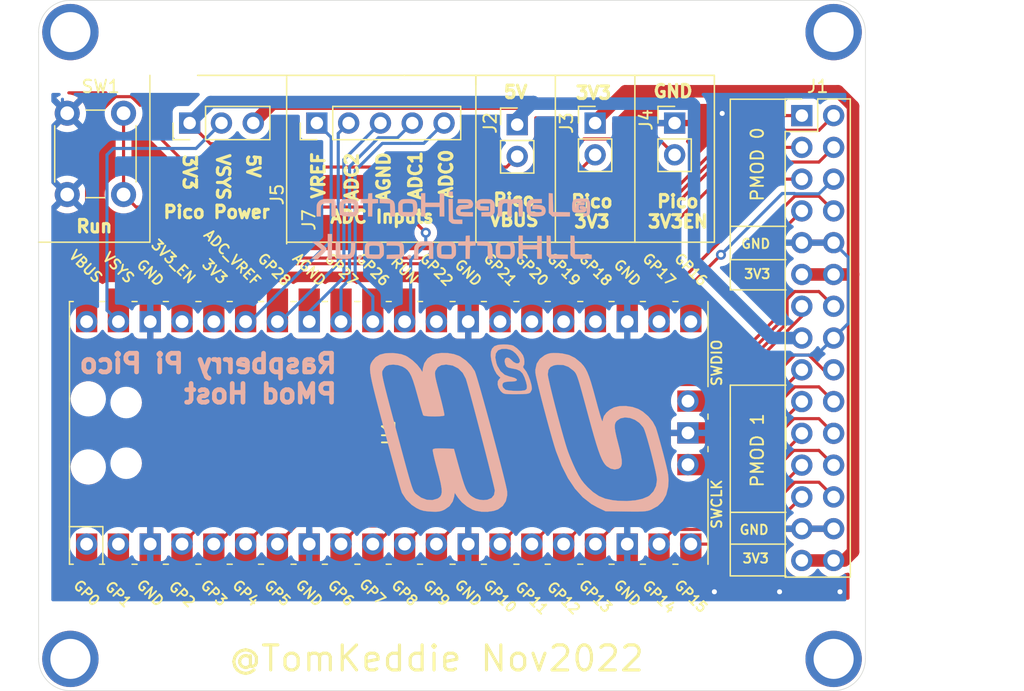
<source format=kicad_pcb>
(kicad_pcb (version 20211014) (generator pcbnew)
  (title_block (title "PMOD for Raspberry Pi Pico") (date "2021-11-30") (rev "v0.1") (company "James Horton") (comment 1 "with an Raspberry Pi Pico Board.") (comment 2 "This board is designed for allowing the use of PMod modules") (comment 4 "Licensed Under CERN Open Hardware Licence Version 2 - Permissive"))
  (layers (0 "F.Cu" signal) (31 "B.Cu" signal) (34 "B.Paste" user) (35 "F.Paste" user) (36 "B.SilkS" user "B.Silkscreen") (37 "F.SilkS" user "F.Silkscreen") (38 "B.Mask" user) (39 "F.Mask" user) (44 "Edge.Cuts" user))
  (net 0 "")
  (net 1 "Net-(U1-Pad43)")
  (net 2 "Net-(U1-Pad41)")
  (net 3 "GPIO_15")
  (net 4 "GPIO_14")
  (net 5 "GPIO_13")
  (net 6 "GPIO_12")
  (net 7 "GPIO_11")
  (net 8 "GPIO_10")
  (net 9 "GPIO_09")
  (net 10 "GPIO_08")
  (net 11 "GND")
  (net 12 "+3V3")
  (net 13 "GPIO_07")
  (net 14 "GPIO_06")
  (net 15 "+5V")
  (net 16 "GPIO_05")
  (net 17 "GPIO_04")
  (net 18 "GPIO_03")
  (net 19 "GPIO_02")
  (net 20 "GPIO_17")
  (net 21 "GPIO_16")
  (net 22 "GPIO_19")
  (net 23 "GPIO_18")
  (net 24 "GPIO_21")
  (net 25 "GPIO_20")
  (net 26 "Pico_VBUS")
  (net 27 "Pico_3V3")
  (net 28 "Pico_3v3_EN")
  (net 29 "Pico_VSYS")
  (net 30 "GPIO_22")
  (net 31 "GPIO_01")
  (net 32 "GPIO_00")
  (net 33 "Pico_Run")
  (net 34 "ADC0")
  (net 35 "ADC1")
  (net 36 "AGND")
  (net 37 "ADC2")
  (net 38 "ADC_VREF")
  (footprint "RPi_Pico:RPi_Pico_SMD_TH" (layer "F.Cu") (at 142.2654 102.235 90)
    (fp_text reference "U1")
    (fp_text value "Pico")
  )
  (footprint "Connector_PinHeader_2.54mm:PinHeader_2x15_P2.54mm_Vertical" (layer "F.Cu") (at 175.26 76.8731)
    (fp_text reference "J1")
    (fp_text value "Conn_02x15_Odd_Even")
  )
  (footprint "Connector_PinHeader_2.54mm:PinHeader_1x02_P2.54mm_Vertical" (layer "F.Cu") (at 152.527 77.597)
    (fp_text reference "J2")
    (fp_text value "Conn_01x02")
  )
  (footprint "Connector_PinHeader_2.54mm:PinHeader_1x02_P2.54mm_Vertical" (layer "F.Cu") (at 158.75 77.47)
    (fp_text reference "J3")
    (fp_text value "Conn_01x02")
  )
  (footprint "Connector_PinHeader_2.54mm:PinHeader_1x02_P2.54mm_Vertical" (layer "F.Cu") (at 165.1 77.47)
    (fp_text reference "J4")
    (fp_text value "Conn_01x02")
  )
  (footprint "Connector_PinHeader_2.54mm:PinHeader_1x03_P2.54mm_Vertical" (layer "F.Cu") (at 126.365 77.47 90)
    (fp_text reference "J5")
    (fp_text value "Conn_01x03")
  )
  (footprint "Connector_PinHeader_2.54mm:PinHeader_1x05_P2.54mm_Vertical" (layer "F.Cu") (at 136.525 77.47 90)
    (fp_text reference "J7")
    (fp_text value "Conn_01x05")
  )
  (footprint "Button_Switch_THT:SW_PUSH_6mm_H4.3mm" (layer "F.Cu") (at 116.586 83.185 90)
    (fp_text reference "SW1")
    (fp_text value "SW_Push")
  )
  (footprint "jjh:Untitled" (layer "B.Cu") (at 152.6 102.7 180)
    (fp_text reference "G***" hide)
    (fp_text value "LOGO" hide)
  )
  (footprint "jjh:ContactDetails_small" (layer "B.Cu") (at 147.3 85.7 180)
    (fp_text reference "G***" hide)
    (fp_text value "LOGO" hide)
  )
  (gr_line (start 155.575 73.66) (end 155.575 86.995) (layer "F.SilkS") (width 0.12))
  (gr_line (start 161.925 86.995) (end 155.575 86.995) (layer "F.SilkS") (width 0.12))
  (gr_line (start 161.925 73.66) (end 155.575 73.66) (layer "F.SilkS") (width 0.12))
  (gr_line (start 168.275 86.995) (end 161.925 86.995) (layer "F.SilkS") (width 0.12))
  (gr_line (start 168.275 73.66) (end 161.925 73.66) (layer "F.SilkS") (width 0.12))
  (gr_line (start 169.545 78.105) (end 169.545 75.565) (layer "F.SilkS") (width 0.12))
  (gr_line (start 173.99 88.392) (end 169.545 88.392) (layer "F.SilkS") (width 0.12))
  (gr_line (start 173.99 90.805) (end 169.545 90.805) (layer "F.SilkS") (width 0.12))
  (gr_line (start 169.545 100.965) (end 169.545 103.505) (layer "F.SilkS") (width 0.12))
  (gr_line (start 143.51 73.66) (end 149.225 73.66) (layer "F.SilkS") (width 0.12))
  (gr_line (start 127 73.66) (end 143.51 73.66) (layer "F.SilkS") (width 0.12))
  (gr_line (start 123.19 86.995) (end 123.19 73.66) (layer "F.SilkS") (width 0.12))
  (gr_line (start 149.225 86.995) (end 149.225 73.66) (layer "F.SilkS") (width 0.12))
  (gr_line (start 143.51 86.995) (end 134.112 86.995) (layer "F.SilkS") (width 0.12))
  (gr_line (start 169.545 80.645) (end 169.545 90.805) (layer "F.SilkS") (width 0.12))
  (gr_line (start 149.225 73.66) (end 155.575 73.66) (layer "F.SilkS") (width 0.12))
  (gr_line (start 173.99 98.425) (end 169.545 98.425) (layer "F.SilkS") (width 0.12))
  (gr_line (start 169.545 103.505) (end 169.545 113.665) (layer "F.SilkS") (width 0.12))
  (gr_line (start 173.99 108.585) (end 169.545 108.585) (layer "F.SilkS") (width 0.12))
  (gr_line (start 173.99 75.565) (end 169.545 75.565) (layer "F.SilkS") (width 0.12))
  (gr_line (start 169.545 113.665) (end 173.99 113.665) (layer "F.SilkS") (width 0.12))
  (gr_line (start 169.545 78.105) (end 169.545 80.645) (layer "F.SilkS") (width 0.12))
  (gr_line (start 155.575 86.995) (end 149.225 86.995) (layer "F.SilkS") (width 0.12))
  (gr_line (start 173.99 103.505) (end 173.99 100.965) (layer "F.SilkS") (width 0.12))
  (gr_line (start 161.925 86.995) (end 161.925 73.66) (layer "F.SilkS") (width 0.12))
  (gr_line (start 173.99 85.725) (end 169.545 85.725) (layer "F.SilkS") (width 0.12))
  (gr_line (start 123.19 86.995) (end 114.3 86.995) (layer "F.SilkS") (width 0.12))
  (gr_line (start 169.545 111.125) (end 173.99 111.125) (layer "F.SilkS") (width 0.12))
  (gr_line (start 149.225 73.66) (end 149.225 74.422) (layer "F.SilkS") (width 0.12))
  (gr_line (start 168.275 86.995) (end 168.275 73.66) (layer "F.SilkS") (width 0.12))
  (gr_line (start 149.225 86.995) (end 143.51 86.995) (layer "F.SilkS") (width 0.12))
  (gr_line (start 134.112 87.122) (end 134.112 73.787) (layer "F.SilkS") (width 0.12))
  (gr_line (start 169.545 98.425) (end 169.545 103.505) (layer "F.SilkS") (width 0.12))
  (gr_line (start 180.34 70.2) (end 180.34 120.3) (layer "Edge.Cuts") (width 0.05))
  (gr_line (start 177.8 122.84) (end 116.84 122.84) (layer "Edge.Cuts") (width 0.05))
  (gr_arc (start 180.34 120.3) (mid 179.596051 122.096051) (end 177.8 122.84) (layer "Edge.Cuts") (width 0.05))
  (gr_arc (start 177.8 67.66) (mid 179.596051 68.403949) (end 180.34 70.2) (layer "Edge.Cuts") (width 0.05))
  (gr_line (start 114.3 120.3) (end 114.3 70.2) (layer "Edge.Cuts") (width 0.05))
  (gr_arc (start 114.3 70.2) (mid 115.043949 68.403949) (end 116.84 67.66) (layer "Edge.Cuts") (width 0.05))
  (gr_line (start 177.8 67.66) (end 116.84 67.66) (layer "Edge.Cuts") (width 0.05))
  (gr_arc (start 116.84 122.84) (mid 115.043949 122.096051) (end 114.3 120.3) (layer "Edge.Cuts") (width 0.05))
  (gr_text "Raspberry Pi Pico \nPMod Host " (at 138.3 97.9) (layer "B.SilkS") (effects (font (size 1.5 1.5) (thickness 0.375)) (justify left mirror)))
  (gr_text "GND" (at 164.973 74.93) (layer "F.SilkS") (effects (font (size 1 1) (thickness 0.25))))
  (gr_text "5V\n\n" (at 152.4 75.8) (layer "F.SilkS") (effects (font (size 1 1) (thickness 0.25))))
  (gr_text "Pico\nVBUS\n\n" (at 152.273 85.217) (layer "F.SilkS") (effects (font (size 1 1) (thickness 0.25))))
  (gr_text "Pico\n3V3\n\n" (at 158.496 85.344) (layer "F.SilkS") (effects (font (size 1 1) (thickness 0.25))))
  (gr_text "Pico\n3V3EN\n\n" (at 165.354 85.344) (layer "F.SilkS") (effects (font (size 1 1) (thickness 0.25))))
  (gr_text "GND\n" (at 171.577 87.122) (layer "F.SilkS") (effects (font (size 0.75 0.75))))
  (gr_text "3V3" (at 171.577 112.268) (layer "F.SilkS") (effects (font (size 0.75 0.75))))
  (gr_text "GND" (at 171.45 109.982) (layer "F.SilkS") (effects (font (size 0.75 0.75))))
  (gr_text "Pico Power\n" (at 128.524 84.582) (layer "F.SilkS") (effects (font (size 1 1) (thickness 0.25))))
  (gr_text "ADC1\n" (at 144.399 81.661 90) (layer "F.SilkS") (effects (font (size 1 1) (thickness 0.25))))
  (gr_text "AGND" (at 141.859 81.788 90) (layer "F.SilkS") (effects (font (size 1 1) (thickness 0.25))))
  (gr_text "ADC2" (at 139.319 81.788 90) (layer "F.SilkS") (effects (font (size 1 1) (thickness 0.25))))
  (gr_text "VREF\n" (at 136.652 81.661 90) (layer "F.SilkS") (effects (font (size 1 1) (thickness 0.25))))
  (gr_text "ADC Inputs" (at 141.732 84.963) (layer "F.SilkS") (effects (font (size 1 1) (thickness 0.25))))
  (gr_text "Run" (at 118.745 85.725) (layer "F.SilkS") (effects (font (size 1 1) (thickness 0.25))))
  (gr_text "PMOD 1" (at 171.704 103.632 90) (layer "F.SilkS") (effects (font (size 1 1))))
  (gr_text "ADC0\n\n\n" (at 148.463 81.534 90) (layer "F.SilkS") (effects (font (size 1 1) (thickness 0.25))))
  (gr_text "3V3" (at 171.704 89.535) (layer "F.SilkS") (effects (font (size 0.75 0.75))))
  (gr_text "3V3" (at 126.365 81.407 270) (layer "F.SilkS") (effects (font (size 1 1) (thickness 0.25))))
  (gr_text "VSYS" (at 129.032 81.788 270) (layer "F.SilkS") (effects (font (size 1 1) (thickness 0.25))))
  (gr_text "3V3" (at 158.623 75.057) (layer "F.SilkS") (effects (font (size 1 1) (thickness 0.25))))
  (gr_text "5V\n" (at 131.445 80.899 270) (layer "F.SilkS") (effects (font (size 1 1) (thickness 0.25))))
  (gr_text "@TomKeddie Nov2022" (at 146.0754 120.269) (layer "F.SilkS") (effects (font (size 2 2) (thickness 0.25))))
  (gr_text "PMOD 0" (at 171.704 80.772 90) (layer "F.SilkS") (effects (font (size 1 1))))
  (via (at 177.8 120.3) (size 4.5) (drill 3.2) (layers "F.Cu" "B.Cu") (net 0))
  (via (at 177.8 70.2) (size 4.5) (drill 3.2) (layers "F.Cu" "B.Cu") (net 0))
  (via (at 116.84 70.2) (size 4.5) (drill 3.2) (layers "F.Cu" "B.Cu") (net 0))
  (via (at 116.84 120.3) (size 4.5) (drill 3.2) (layers "F.Cu" "B.Cu") (net 0))
  (segment (start 168.275 111.125) (end 171.323 111.125) (width 0.25) (layer "F.Cu") (net 3))
  (segment (start 175.26 107.3531) (end 171.4881 111.125) (width 0.25) (layer "F.Cu") (net 3))
  (segment (start 171.4881 111.125) (end 171.323 111.125) (width 0.25) (layer "F.Cu") (net 3))
  (segment (start 166.3954 111.125) (end 168.275 111.125) (width 0.25) (layer "F.Cu") (net 3))
  (segment (start 168.242999 109.949999) (end 168.369999 109.949999) (width 0.25) (layer "F.Cu") (net 4))
  (segment (start 168.242999 109.949999) (end 170.924099 109.949999) (width 0.25) (layer "F.Cu") (net 4))
  (segment (start 163.8554 111.125) (end 165.030401 109.949999) (width 0.25) (layer "F.Cu") (net 4))
  (segment (start 174.695999 106.178099) (end 176.624999 106.178099) (width 0.25) (layer "F.Cu") (net 4))
  (segment (start 176.624999 106.178099) (end 177.8 107.3531) (width 0.25) (layer "F.Cu") (net 4))
  (segment (start 165.030401 109.949999) (end 168.242999 109.949999) (width 0.25) (layer "F.Cu") (net 4))
  (segment (start 170.924099 109.949999) (end 174.695999 106.178099) (width 0.25) (layer "F.Cu") (net 4))
  (segment (start 170.57311 109.49999) (end 175.26 104.8131) (width 0.25) (layer "F.Cu") (net 5))
  (segment (start 160.40041 109.49999) (end 170.57311 109.49999) (width 0.25) (layer "F.Cu") (net 5))
  (segment (start 158.7754 111.125) (end 160.40041 109.49999) (width 0.25) (layer "F.Cu") (net 5))
  (segment (start 176.624999 103.638099) (end 177.8 104.8131) (width 0.25) (layer "F.Cu") (net 6))
  (segment (start 158.31042 109.04998) (end 169.207019 109.049981) (width 0.25) (layer "F.Cu") (net 6))
  (segment (start 169.207019 109.049981) (end 174.618901 103.638099) (width 0.25) (layer "F.Cu") (net 6))
  (segment (start 174.618901 103.638099) (end 176.624999 103.638099) (width 0.25) (layer "F.Cu") (net 6))
  (segment (start 156.2354 111.125) (end 158.31042 109.04998) (width 0.25) (layer "F.Cu") (net 6))
  (segment (start 156.220429 108.599971) (end 169.020619 108.599971) (width 0.25) (layer "F.Cu") (net 7))
  (segment (start 175.26 102.36059) (end 175.26 102.2731) (width 0.25) (layer "F.Cu") (net 7))
  (segment (start 169.020619 108.599971) (end 175.26 102.36059) (width 0.25) (layer "F.Cu") (net 7))
  (segment (start 153.6954 111.125) (end 156.220429 108.599971) (width 0.25) (layer "F.Cu") (net 7))
  (segment (start 169.03418 107.95) (end 173.736 103.24818) (width 0.25) (layer "F.Cu") (net 8))
  (segment (start 173.736 103.24818) (end 173.736 101.981) (width 0.25) (layer "F.Cu") (net 8))
  (segment (start 151.1554 111.125) (end 154.3304 107.95) (width 0.25) (layer "F.Cu") (net 8))
  (segment (start 176.624999 101.098099) (end 177.8 102.2731) (width 0.25) (layer "F.Cu") (net 8))
  (segment (start 174.618901 101.098099) (end 176.624999 101.098099) (width 0.25) (layer "F.Cu") (net 8))
  (segment (start 173.736 101.981) (end 174.618901 101.098099) (width 0.25) (layer "F.Cu") (net 8))
  (segment (start 154.3304 107.95) (end 169.03418 107.95) (width 0.25) (layer "F.Cu") (net 8))
  (segment (start 168.84778 107.49999) (end 149.70041 107.49999) (width 0.25) (layer "F.Cu") (net 9))
  (segment (start 149.70041 107.49999) (end 146.0754 111.125) (width 0.25) (layer "F.Cu") (net 9))
  (segment (start 173.098885 101.894215) (end 173.098885 103.248885) (width 0.25) (layer "F.Cu") (net 9))
  (segment (start 173.098885 103.248885) (end 168.84778 107.49999) (width 0.25) (layer "F.Cu") (net 9))
  (segment (start 175.26 99.7331) (end 173.098885 101.894215) (width 0.25) (layer "F.Cu") (net 9))
  (segment (start 168.77736 106.934) (end 147.828 106.934) (width 0.25) (layer "F.Cu") (net 10))
  (segment (start 143.5354 111.1758) (end 147.7772 106.934) (width 0.25) (layer "F.Cu") (net 10))
  (segment (start 174.695999 98.558099) (end 172.648875 100.605223) (width 0.25) (layer "F.Cu") (net 10))
  (segment (start 177.8 99.7331) (end 176.624999 98.558099) (width 0.25) (layer "F.Cu") (net 10))
  (segment (start 172.648875 100.605223) (end 172.648875 103.062485) (width 0.25) (layer "F.Cu") (net 10))
  (segment (start 176.624999 98.558099) (end 174.695999 98.558099) (width 0.25) (layer "F.Cu") (net 10))
  (segment (start 172.648875 103.062485) (end 168.77736 106.934) (width 0.25) (layer "F.Cu") (net 10))
  (via (at 173.482 114.935) (size 0.8) (drill 0.4) (layers "F.Cu" "B.Cu") (net 11))
  (via (at 168.9 76.7) (size 0.8) (drill 0.4) (layers "F.Cu" "B.Cu") (net 11))
  (via (at 168.275 114.935) (size 0.8) (drill 0.4) (layers "F.Cu" "B.Cu") (net 11))
  (via (at 178.308 114.935) (size 0.8) (drill 0.4) (layers "F.Cu" "B.Cu") (net 11))
  (segment (start 177.8 94.6531) (end 176.435001 96.018099) (width 0.25) (layer "B.Cu") (net 11))
  (segment (start 178.975001 88.208101) (end 178.975001 93.478099) (width 0.25) (layer "B.Cu") (net 11))
  (segment (start 176.435001 96.018099) (end 173.618099 96.018099) (width 0.25) (layer "B.Cu") (net 11))
  (segment (start 116.205 75.565) (end 116.205 76.304) (width 0.25) (layer "B.Cu") (net 11))
  (segment (start 177.8 87.0331) (end 178.975001 88.208101) (width 0.25) (layer "B.Cu") (net 11))
  (segment (start 116.205 76.304) (end 116.586 76.685) (width 0.25) (layer "B.Cu") (net 11))
  (segment (start 178.975001 93.478099) (end 177.8 94.6531) (width 0.25) (layer "B.Cu") (net 11))
  (segment (start 178.150902 74.93) (end 161.163 74.93) (width 1) (layer "F.Cu") (net 12))
  (segment (start 158.75 77.47) (end 158.75 77.343) (width 1) (layer "F.Cu") (net 12))
  (segment (start 158.75 77.343) (end 160.173001 75.919999) (width 1) (layer "F.Cu") (net 12))
  (segment (start 161.163 74.93) (end 160.173001 75.919999) (width 1) (layer "F.Cu") (net 12))
  (segment (start 132.995001 75.919999) (end 159.538001 75.919999) (width 1) (layer "F.Cu") (net 12))
  (segment (start 159.538001 75.919999) (end 160.173001 75.919999) (width 1) (layer "F.Cu") (net 12))
  (segment (start 177.8 112.4331) (end 175.26 112.4331) (width 1) (layer "F.Cu") (net 12))
  (segment (start 179.350001 89.561001) (end 179.350001 76.129099) (width 1) (layer "F.Cu") (net 12))
  (segment (start 131.445 77.47) (end 132.995001 75.919999) (width 1) (layer "F.Cu") (net 12))
  (segment (start 179.350001 111.733999) (end 178.6509 112.4331) (width 1) (layer "F.Cu") (net 12))
  (segment (start 179.350001 89.561001) (end 179.350001 111.733999) (width 1) (layer "F.Cu") (net 12))
  (segment (start 158.342999 75.792999) (end 159.665001 75.792999) (width 0.25) (layer "F.Cu") (net 12))
  (segment (start 178.6509 112.4331) (end 177.8 112.4331) (width 1) (layer "F.Cu") (net 12))
  (segment (start 131.539999 77.564999) (end 131.445 77.47) (width 0.25) (layer "F.Cu") (net 12))
  (segment (start 179.337902 89.5731) (end 179.350001 89.561001) (width 1) (layer "F.Cu") (net 12))
  (segment (start 179.350001 76.129099) (end 178.150902 74.93) (width 1) (layer "F.Cu") (net 12))
  (segment (start 158.75 76.2) (end 158.342999 75.792999) (width 0.25) (layer "F.Cu") (net 12))
  (segment (start 175.26 89.5731) (end 179.337902 89.5731) (width 1) (layer "F.Cu") (net 12))
  (segment (start 141.250398 111.125) (end 140.9954 111.125) (width 0.25) (layer "F.Cu") (net 13))
  (segment (start 154.007297 98.368101) (end 174.084999 98.368101) (width 0.25) (layer "F.Cu") (net 13))
  (segment (start 154.007297 98.368101) (end 141.250398 111.125) (width 0.25) (layer "F.Cu") (net 13))
  (segment (start 174.6631 97.79) (end 175.26 97.1931) (width 0.25) (layer "F.Cu") (net 13))
  (segment (start 174.084999 98.368101) (end 175.26 97.1931) (width 0.25) (layer "F.Cu") (net 13))
  (segment (start 142.061994 109.676994) (end 153.924 97.814988) (width 0.25) (layer "F.Cu") (net 14))
  (segment (start 177.8 97.1931) (end 176.999002 97.1931) (width 0.25) (layer "F.Cu") (net 14))
  (segment (start 173.609 97.155) (end 172.949012 97.814988) (width 0.25) (layer "F.Cu") (net 14))
  (segment (start 175.824001 96.018099) (end 174.695999 96.018099) (width 0.25) (layer "F.Cu") (net 14))
  (segment (start 139.903406 109.676994) (end 142.061994 109.676994) (width 0.25) (layer "F.Cu") (net 14))
  (segment (start 176.999002 97.1931) (end 175.824001 96.018099) (width 0.25) (layer "F.Cu") (net 14))
  (segment (start 172.949012 97.814988) (end 153.924 97.814988) (width 0.25) (layer "F.Cu") (net 14))
  (segment (start 153.924 97.814988) (end 153.924 97.79) (width 0.25) (layer "F.Cu") (net 14))
  (segment (start 174.695999 96.018099) (end 173.609 97.105098) (width 0.25) (layer "F.Cu") (net 14))
  (segment (start 138.4554 111.125) (end 139.903406 109.676994) (width 0.25) (layer "F.Cu") (net 14))
  (segment (start 173.609 97.105098) (end 173.609 97.155) (width 0.25) (layer "F.Cu") (net 14))
  (segment (start 126.365 77.47) (end 128.016 79.121) (width 0.25) (layer "F.Cu") (net 15))
  (segment (start 128.016 79.121) (end 130.937 79.121) (width 0.25) (layer "F.Cu") (net 15))
  (segment (start 130.937 79.121) (end 131.089989 79.273989) (width 0.25) (layer "F.Cu") (net 15))
  (segment (start 166.510001 75.919999) (end 153.950001 75.919999) (width 1) (layer "B.Cu") (net 15))
  (segment (start 153.823001 75.792999) (end 128.042001 75.792999) (width 1) (layer "B.Cu") (net 15))
  (segment (start 166.650001 88.450001) (end 172.8531 94.6531) (width 1) (layer "B.Cu") (net 15))
  (segment (start 153.950001 75.919999) (end 153.823001 75.792999) (width 1) (layer "B.Cu") (net 15))
  (segment (start 172.8531 94.6531) (end 175.26 94.6531) (width 1) (layer "B.Cu") (net 15))
  (segment (start 128.042001 75.792999) (end 126.365 77.47) (width 1) (layer "B.Cu") (net 15))
  (segment (start 152.527 77.597) (end 152.527 77.089) (width 1) (layer "B.Cu") (net 15))
  (segment (start 166.650001 76.059999) (end 166.650001 88.450001) (width 1) (layer "B.Cu") (net 15))
  (segment (start 166.510001 75.919999) (end 166.650001 76.059999) (width 1) (layer "B.Cu") (net 15))
  (segment (start 152.527 77.089) (end 153.823001 75.792999) (width 1) (layer "B.Cu") (net 15))
  (segment (start 133.3754 111.125) (end 135.273416 109.226984) (width 0.25) (layer "F.Cu") (net 16))
  (segment (start 153.47399 97.59399) (end 153.72799 97.33999) (width 0.25) (layer "F.Cu") (net 16))
  (segment (start 135.273416 109.226984) (end 141.875594 109.226984) (width 0.25) (layer "F.Cu") (net 16))
  (segment (start 170.834108 97.33999) (end 175.26 92.914098) (width 0.25) (layer "F.Cu") (net 16))
  (segment (start 170.834108 97.33999) (end 153.72799 97.33999) (width 0.25) (layer "F.Cu") (net 16))
  (segment (start 141.875594 109.226984) (end 153.47399 97.628588) (width 0.25) (layer "F.Cu") (net 16))
  (segment (start 175.26 92.914098) (end 175.26 92.1131) (width 0.25) (layer "F.Cu") (net 16))
  (segment (start 153.47399 97.628588) (end 153.47399 97.59399) (width 0.25) (layer "F.Cu") (net 16))
  (segment (start 153.797 96.52) (end 171.017688 96.52) (width 0.25) (layer "F.Cu") (net 17))
  (segment (start 174.084999 91.549099) (end 174.695999 90.938099) (width 0.25) (layer "F.Cu") (net 17))
  (segment (start 141.561429 108.755571) (end 153.797 96.52) (width 0.25) (layer "F.Cu") (net 17))
  (segment (start 174.154844 93.382844) (end 174.084999 93.312999) (width 0.25) (layer "F.Cu") (net 17))
  (segment (start 174.084999 93.312999) (end 174.084999 91.549099) (width 0.25) (layer "F.Cu") (net 17))
  (segment (start 133.204829 108.755571) (end 141.561429 108.755571) (width 0.25) (layer "F.Cu") (net 17))
  (segment (start 174.695999 90.938099) (end 176.624999 90.938099) (width 0.25) (layer "F.Cu") (net 17))
  (segment (start 130.8354 111.125) (end 133.204829 108.755571) (width 0.25) (layer "F.Cu") (net 17))
  (segment (start 176.624999 90.938099) (end 177.8 92.1131) (width 0.25) (layer "F.Cu") (net 17))
  (segment (start 171.017688 96.52) (end 174.154844 93.382844) (width 0.25) (layer "F.Cu") (net 17))
  (segment (start 141.375029 108.305561) (end 153.6106 96.06999) (width 0.25) (layer "F.Cu") (net 18))
  (segment (start 170.831288 96.06999) (end 173.634989 93.266289) (width 0.25) (layer "F.Cu") (net 18))
  (segment (start 153.6106 96.06999) (end 170.831288 96.06999) (width 0.25) (layer "F.Cu") (net 18))
  (segment (start 173.634989 93.266289) (end 173.634989 86.118111) (width 0.25) (layer "F.Cu") (net 18))
  (segment (start 173.634989 86.118111) (end 175.26 84.4931) (width 0.25) (layer "F.Cu") (net 18))
  (segment (start 128.2954 111.379998) (end 131.369837 108.305561) (width 0.25) (layer "F.Cu") (net 18))
  (segment (start 131.369837 108.305561) (end 141.375029 108.305561) (width 0.25) (layer "F.Cu") (net 18))
  (segment (start 128.2954 111.125) (end 128.2954 111.379998) (width 0.25) (layer "F.Cu") (net 18))
  (segment (start 177.8 84.4931) (end 176.624999 83.318099) (width 0.25) (layer "F.Cu") (net 19))
  (segment (start 176.624999 83.318099) (end 174.695999 83.318099) (width 0.25) (layer "F.Cu") (net 19))
  (segment (start 173.101 84.913098) (end 173.101 93.163868) (width 0.25) (layer "F.Cu") (net 19))
  (segment (start 171.014868 95.25) (end 153.79418 95.25) (width 0.25) (layer "F.Cu") (net 19))
  (segment (start 174.695999 83.318099) (end 173.101 84.913098) (width 0.25) (layer "F.Cu") (net 19))
  (segment (start 141.188629 107.855551) (end 129.024849 107.855551) (width 0.25) (layer "F.Cu") (net 19))
  (segment (start 153.79418 95.25) (end 141.188629 107.855551) (width 0.25) (layer "F.Cu") (net 19))
  (segment (start 173.101 93.163868) (end 171.014868 95.25) (width 0.25) (layer "F.Cu") (net 19))
  (segment (start 129.024849 107.855551) (end 125.7554 111.125) (width 0.25) (layer "F.Cu") (net 19))
  (segment (start 163.8554 91.799998) (end 169.987297 85.668101) (width 0.25) (layer "F.Cu") (net 20))
  (segment (start 169.987297 85.663703) (end 173.6979 81.9531) (width 0.25) (layer "F.Cu") (net 20))
  (segment (start 173.6979 81.9531) (end 175.26 81.9531) (width 0.25) (layer "F.Cu") (net 20))
  (segment (start 175.26 81.9531) (end 174.5869 81.9531) (width 0.25) (layer "F.Cu") (net 20))
  (segment (start 163.8554 93.345) (end 163.8554 91.799998) (width 0.25) (layer "F.Cu") (net 20))
  (segment (start 169.987297 85.668101) (end 169.987297 85.663703) (width 0.25) (layer "F.Cu") (net 20))
  (segment (start 168.8 88) (end 168.8 88) (width 0.25) (layer "F.Cu") (net 21))
  (segment (start 166.3954 93.345) (end 166.3954 90.4046) (width 0.25) (layer "F.Cu") (net 21))
  (segment (start 166.3954 90.4046) (end 168.8 88) (width 0.25) (layer "F.Cu") (net 21))
  (via (at 168.8 88) (size 0.8) (drill 0.4) (layers "F.Cu" "B.Cu") (net 21))
  (segment (start 168.8 88) (end 173.7 83.1) (width 0.25) (layer "B.Cu") (net 21))
  (segment (start 174.695999 83.128101) (end 176.624999 83.128101) (width 0.25) (layer "B.Cu") (net 21))
  (segment (start 173.7 83.1) (end 174.667898 83.1) (width 0.25) (layer "B.Cu") (net 21))
  (segment (start 174.667898 83.1) (end 174.695999 83.128101) (width 0.25) (layer "B.Cu") (net 21))
  (segment (start 176.624999 83.128101) (end 177.8 81.9531) (width 0.25) (layer "B.Cu") (net 21))
  (segment (start 164.215398 83.82) (end 165.356819 83.820001) (width 0.25) (layer "F.Cu") (net 22))
  (segment (start 156.2354 91.799998) (end 156.2354 93.345) (width 0.25) (layer "F.Cu") (net 22))
  (segment (start 164.215398 83.82) (end 156.2354 91.799998) (width 0.25) (layer "F.Cu") (net 22))
  (segment (start 165.356819 83.820001) (end 169.76372 79.4131) (width 0.25) (layer "F.Cu") (net 22))
  (segment (start 169.76372 79.4131) (end 175.26 79.4131) (width 0.25) (layer "F.Cu") (net 22))
  (segment (start 169.987297 80.588101) (end 165.991199 84.584199) (width 0.25) (layer "F.Cu") (net 23))
  (segment (start 165.991199 84.584199) (end 158.7754 91.799998) (width 0.25) (layer "F.Cu") (net 23))
  (segment (start 158.7754 91.799998) (end 158.7754 93.345) (width 0.25) (layer "F.Cu") (net 23))
  (segment (start 176.624999 80.588101) (end 169.987297 80.588101) (width 0.25) (layer "F.Cu") (net 23))
  (segment (start 177.8 79.4131) (end 176.624999 80.588101) (width 0.25) (layer "F.Cu") (net 23))
  (segment (start 166.082298 84.4931) (end 165.991199 84.584199) (width 0.25) (layer "F.Cu") (net 23))
  (segment (start 164.984019 82.919981) (end 171.0309 76.8731) (width 0.25) (layer "F.Cu") (net 24))
  (segment (start 171.0309 76.8731) (end 175.26 76.8731) (width 0.25) (layer "F.Cu") (net 24))
  (segment (start 151.1554 91.799998) (end 151.1554 93.345) (width 0.25) (layer "F.Cu") (net 24))
  (segment (start 160.035417 82.919981) (end 164.984019 82.919981) (width 0.25) (layer "F.Cu") (net 24))
  (segment (start 160.035417 82.919981) (end 151.1554 91.799998) (width 0.25) (layer "F.Cu") (net 24))
  (segment (start 176.624999 78.048101) (end 170.492309 78.048101) (width 0.25) (layer "F.Cu") (net 25))
  (segment (start 153.6954 91.799998) (end 153.6954 93.345) (width 0.25) (layer "F.Cu") (net 25))
  (segment (start 165.170419 83.369991) (end 162.125407 83.369991) (width 0.25) (layer "F.Cu") (net 25))
  (segment (start 177.8 76.8731) (end 176.624999 78.048101) (width 0.25) (layer "F.Cu") (net 25))
  (segment (start 170.492309 78.048101) (end 165.170419 83.369991) (width 0.25) (layer "F.Cu") (net 25))
  (segment (start 162.125407 83.369991) (end 153.6954 91.799998) (width 0.25) (layer "F.Cu") (net 25))
  (segment (start 151.677001 80.986999) (end 126.324177 80.986999) (width 0.25) (layer "F.Cu") (net 26))
  (segment (start 121.722001 75.359999) (end 120.449999 75.359999) (width 0.25) (layer "F.Cu") (net 26))
  (segment (start 126.324177 80.986999) (end 123.444 78.106822) (width 0.25) (layer "F.Cu") (net 26))
  (segment (start 121.800002 75.438) (end 121.722001 75.359999) (width 0.25) (layer "F.Cu") (net 26))
  (segment (start 152.527 80.137) (end 151.677001 80.986999) (width 0.25) (layer "F.Cu") (net 26))
  (segment (start 118.1354 77.674598) (end 118.1354 93.345) (width 0.25) (layer "F.Cu") (net 26))
  (segment (start 121.722001 75.359999) (end 122.411001 76.048999) (width 0.25) (layer "F.Cu") (net 26))
  (segment (start 123.444 78.106822) (end 123.444 77.469588) (width 0.25) (layer "F.Cu") (net 26))
  (segment (start 123.444 77.469588) (end 123.444 75.438) (width 0.25) (layer "F.Cu") (net 26))
  (segment (start 123.444 75.438) (end 121.800002 75.438) (width 0.25) (layer "F.Cu") (net 26))
  (segment (start 120.449999 75.359999) (end 118.1354 77.674598) (width 0.25) (layer "F.Cu") (net 26))
  (segment (start 128.2954 91.799998) (end 128.2954 93.345) (width 0.25) (layer "F.Cu") (net 27))
  (segment (start 131.383699 88.711699) (end 150.048301 88.711699) (width 0.25) (layer "F.Cu") (net 27))
  (segment (start 131.383699 88.711699) (end 128.2954 91.799998) (width 0.25) (layer "F.Cu") (net 27))
  (segment (start 158.75 80.01) (end 153.350301 85.409699) (width 0.25) (layer "F.Cu") (net 27))
  (segment (start 150.048301 88.711699) (end 153.350301 85.409699) (width 0.25) (layer "F.Cu") (net 27))
  (segment (start 163.83 78.74) (end 157.861 78.74) (width 0.25) (layer "F.Cu") (net 28))
  (segment (start 130.429 88.519) (end 130.939988 88.519) (width 0.25) (layer "F.Cu") (net 28))
  (segment (start 130.429 88.519) (end 128.775801 90.172199) (width 0.25) (layer "F.Cu") (net 28))
  (segment (start 153.038311 84.959689) (end 151.003 86.995) (width 0.25) (layer "F.Cu") (net 28))
  (segment (start 151.003 86.995) (end 150.970999 87.027001) (width 0.25) (layer "F.Cu") (net 28))
  (segment (start 157.099 80.899) (end 153.038311 84.959689) (width 0.25) (layer "F.Cu") (net 28))
  (segment (start 125.7554 91.799998) (end 125.7554 93.345) (width 0.25) (layer "F.Cu") (net 28))
  (segment (start 149.736311 88.261689) (end 150.970999 87.027001) (width 0.25) (layer "F.Cu") (net 28))
  (segment (start 130.939988 88.519) (end 131.197299 88.261689) (width 0.25) (layer "F.Cu") (net 28))
  (segment (start 131.197299 88.261689) (end 149.736311 88.261689) (width 0.25) (layer "F.Cu") (net 28))
  (segment (start 127.383199 90.172199) (end 125.7554 91.799998) (width 0.25) (layer "F.Cu") (net 28))
  (segment (start 128.775801 90.172199) (end 127.383199 90.172199) (width 0.25) (layer "F.Cu") (net 28))
  (segment (start 157.099 79.502) (end 157.099 80.899) (width 0.25) (layer "F.Cu") (net 28))
  (segment (start 165.1 80.01) (end 163.83 78.74) (width 0.25) (layer "F.Cu") (net 28))
  (segment (start 157.861 78.74) (end 157.099 79.502) (width 0.25) (layer "F.Cu") (net 28))
  (segment (start 120.65 93.3196) (end 120.6754 93.345) (width 1) (layer "F.Cu") (net 29))
  (segment (start 120.269 79.502) (end 126.873 79.502) (width 0.25) (layer "B.Cu") (net 29))
  (segment (start 119.760999 80.010001) (end 120.269 79.502) (width 0.25) (layer "B.Cu") (net 29))
  (segment (start 120.6754 93.345) (end 119.760999 92.430599) (width 0.25) (layer "B.Cu") (net 29))
  (segment (start 126.873 79.502) (end 128.905 77.47) (width 0.25) (layer "B.Cu") (net 29))
  (segment (start 119.760999 92.430599) (end 119.760999 80.010001) (width 0.25) (layer "B.Cu") (net 29))
  (segment (start 121.086 76.685) (end 121.086 83.185) (width 0.25) (layer "F.Cu") (net 33))
  (segment (start 143.176499 84.184999) (end 145.2245 86.233) (width 0.25) (layer "F.Cu") (net 33))
  (segment (start 126.348999 84.184999) (end 143.176499 84.184999) (width 0.25) (layer "F.Cu") (net 33))
  (segment (start 121.086 83.185) (end 122.085999 84.184999) (width 0.25) (layer "F.Cu") (net 33))
  (segment (start 122.085999 84.184999) (end 126.348999 84.184999) (width 0.25) (layer "F.Cu") (net 33))
  (segment (start 126.348999 84.184999) (end 126.508413 84.184999) (width 0.25) (layer "F.Cu") (net 33))
  (via (at 145.2245 86.233) (size 0.8) (drill 0.4) (layers "F.Cu" "B.Cu") (net 33))
  (segment (start 145.2245 87.1855) (end 144.018 88.392) (width 0.25) (layer "B.Cu") (net 33))
  (segment (start 144.018 88.392) (end 144.018 92.8624) (width 0.25) (layer "B.Cu") (net 33))
  (segment (start 144.018 92.8624) (end 143.5354 93.345) (width 0.25) (layer "B.Cu") (net 33))
  (segment (start 145.2245 86.233) (end 145.2245 87.1855) (width 0.25) (layer "B.Cu") (net 33))
  (segment (start 139.58402 89.92702) (end 139.58402 81.26898) (width 0.25) (layer "B.Cu") (net 34))
  (segment (start 145.059989 79.095011) (end 143.992011 79.095011) (width 0.25) (layer "B.Cu") (net 34))
  (segment (start 146.685 77.47) (end 145.059989 79.095011) (width 0.25) (layer "B.Cu") (net 34))
  (segment (start 139.58402 81.26898) (end 141.757989 79.095011) (width 0.25) (layer "B.Cu") (net 34))
  (segment (start 141.757989 79.095011) (end 143.992011 79.095011) (width 0.25) (layer "B.Cu") (net 34))
  (segment (start 140.9954 93.345) (end 140.9954 91.3384) (width 0.25) (layer "B.Cu") (net 34))
  (segment (start 140.9954 91.3384) (end 139.58402 89.92702) (width 0.25) (layer "B.Cu") (net 34))
  (segment (start 141.445999 78.645001) (end 142.969999 78.645001) (width 0.25) (layer "B.Cu") (net 35))
  (segment (start 138.4554 90.65401) (end 139.13401 89.9754) (width 0.25) (layer "B.Cu") (net 35))
  (segment (start 139.13401 80.95699) (end 141.445999 78.645001) (width 0.25) (layer "B.Cu") (net 35))
  (segment (start 139.13401 89.9754) (end 139.13401 80.95699) (width 0.25) (layer "B.Cu") (net 35))
  (segment (start 142.969999 78.645001) (end 144.145 77.47) (width 0.25) (layer "B.Cu") (net 35))
  (segment (start 138.4554 93.345) (end 138.4554 90.65401) (width 0.25) (layer "B.Cu") (net 35))
  (segment (start 135.9154 93.345) (end 135.9154 92.5576) (width 0.25) (layer "B.Cu") (net 36))
  (segment (start 135.9154 92.5576) (end 138.684 89.789) (width 0.25) (layer "B.Cu") (net 36))
  (segment (start 138.684 89.789) (end 138.684 80.391) (width 0.25) (layer "B.Cu") (net 36))
  (segment (start 138.684 80.391) (end 141.605 77.47) (width 0.25) (layer "B.Cu") (net 36))
  (segment (start 133.604 93.345) (end 138.23399 88.71501) (width 0.25) (layer "B.Cu") (net 37))
  (segment (start 138.23399 78.30101) (end 139.065 77.47) (width 0.25) (layer "B.Cu") (net 37))
  (segment (start 138.23399 88.71501) (end 138.23399 78.30101) (width 0.25) (layer "B.Cu") (net 37))
  (segment (start 133.3754 93.345) (end 133.604 93.345) (width 0.25) (layer "B.Cu") (net 37))
  (segment (start 137.668 78.613) (end 136.525 77.47) (width 0.25) (layer "B.Cu") (net 38))
  (segment (start 131.191 93.345) (end 137.668 86.868) (width 0.25) (layer "B.Cu") (net 38))
  (segment (start 130.8354 93.345) (end 131.191 93.345) (width 0.25) (layer "B.Cu") (net 38))
  (segment (start 137.668 86.868) (end 137.668 78.613) (width 0.25) (layer "B.Cu") (net 38))
  (zone (net 11) (net_name "GND") (layer "F.Cu") (connect_pads (clearance 0.508)) (min_thickness 0.254) (fill yes (thermal_gap 0.508) (thermal_bridge_width 0.508))
    (polygon (pts (xy 179.07 115.57) (xy 115.57 115.57) (xy 115.57 74.93) (xy 179.07 74.93)))
  )
  (zone (net 0) (net_name "") (layer "F.Cu") (connect_pads (clearance 0)) (min_thickness 0.254)
    (keepout (tracks not_allowed) (vias not_allowed) (pads allowed) (copperpour not_allowed) (footprints allowed))
    (fill (thermal_gap 0.508) (thermal_bridge_width 0.508))
    (polygon (pts (xy 125.857 105.791) (xy 123.698 105.791) (xy 123.698 103.632) (xy 125.857 103.632)))
  )
  (zone (net 0) (net_name "") (layer "F.Cu") (connect_pads (clearance 0)) (min_thickness 0.254)
    (keepout (tracks not_allowed) (vias not_allowed) (pads allowed) (copperpour not_allowed) (footprints allowed))
    (fill (thermal_gap 0.508) (thermal_bridge_width 0.508))
    (polygon (pts (xy 128.27 105.791) (xy 126.238 105.791) (xy 126.238 103.632) (xy 128.27 103.632)))
  )
  (zone (net 0) (net_name "") (layer "F.Cu") (connect_pads (clearance 0)) (min_thickness 0.254)
    (keepout (tracks not_allowed) (vias not_allowed) (pads allowed) (copperpour not_allowed) (footprints allowed))
    (fill (thermal_gap 0.508) (thermal_bridge_width 0.508))
    (polygon (pts (xy 130.937 105.791) (xy 128.778 105.791) (xy 128.778 103.632) (xy 130.937 103.632)))
  )
  (zone (net 0) (net_name "") (layer "F.Cu") (connect_pads (clearance 0)) (min_thickness 0.254)
    (keepout (tracks not_allowed) (vias not_allowed) (pads allowed) (copperpour not_allowed) (footprints allowed))
    (fill (thermal_gap 0.508) (thermal_bridge_width 0.508))
    (polygon (pts (xy 122.174 106.045) (xy 117.221 106.045) (xy 117.221 98.425) (xy 122.174 98.425)))
  )
  (zone (net 11) (net_name "GND") (layer "B.Cu") (connect_pads (clearance 0.508)) (min_thickness 0.254) (fill yes (thermal_gap 0.508) (thermal_bridge_width 0.508))
    (polygon (pts (xy 178.816 115.697) (xy 115.316 115.697) (xy 115.316 75.057) (xy 178.816 75.057)))
  )
)
</source>
